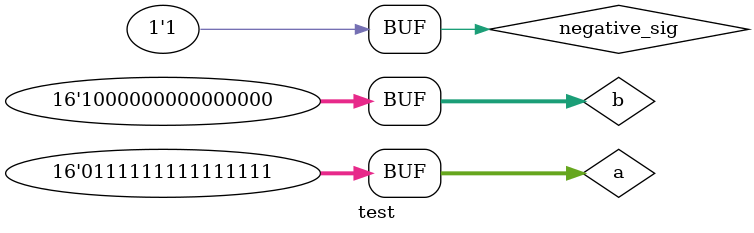
<source format=v>
/*
    VHDL Software: iVerilog
    Source: http://iverilog.icarus.com/
*/

module test();

  wire great, equal, less;
  reg signed [15:0] a, b; 
  // reg [15:0] b;
  // reg [15:0] neg_a, neg_b;
  reg negative_sig;
  
  comparator_16b comparator_test(great, equal, less, a, b, negative_sig);
  
  initial begin
    a <= 60000;
    b <= 60000;
    negative_sig <= 0;
    #10
    a <= 5000;
    b <= 4001;
    negative_sig <= 0;
    #10
    a <= 3;
    b <= 4;
    negative_sig <= 0;
    #10
    a <= 32767;
    b <= -32768;
    negative_sig <= 1;
  end

  initial begin
    //$display("G | E | L");
    //$display("--|---|--");
    // is A greater, equal to, or less than B?
    $monitor("comparator: A = %5d, B = %5d\nG | E | L\n%1b | %1b | %1b", a, b, great, equal, less);

    // $monitor("%1b | %1b | %1b", great, equal, less);  
  end

endmodule
</source>
